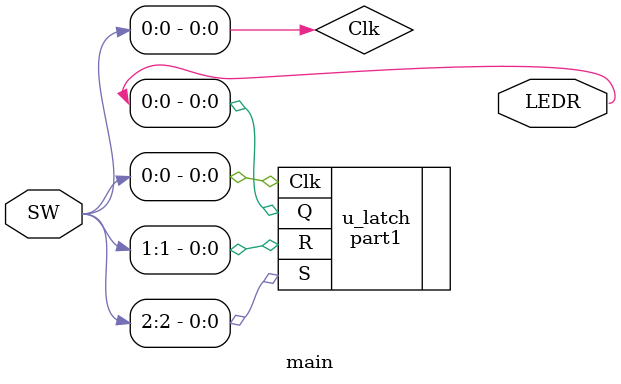
<source format=v>

module main (
    input  [9:0] SW,    // SW[1]=S, SW[0]=R
    output  [9:0] LEDR   // LEDR[0]=Q
);
    // Invert KEY0 since it is active-low
    wire Clk = SW[0];

    // Instantiate the latch
    part1 u_latch (
        .Clk(Clk),
        .R  (SW[1]),
        .S  (SW[2]),
        .Q  (LEDR[0])
    );
endmodule

</source>
